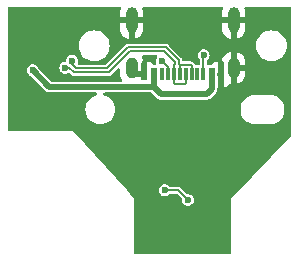
<source format=gbr>
%TF.GenerationSoftware,KiCad,Pcbnew,8.0.1*%
%TF.CreationDate,2024-03-21T19:56:43-04:00*%
%TF.ProjectId,001-v2,3030312d-7632-42e6-9b69-6361645f7063,rev?*%
%TF.SameCoordinates,Original*%
%TF.FileFunction,Copper,L2,Bot*%
%TF.FilePolarity,Positive*%
%FSLAX46Y46*%
G04 Gerber Fmt 4.6, Leading zero omitted, Abs format (unit mm)*
G04 Created by KiCad (PCBNEW 8.0.1) date 2024-03-21 19:56:43*
%MOMM*%
%LPD*%
G01*
G04 APERTURE LIST*
%TA.AperFunction,SMDPad,CuDef*%
%ADD10R,0.600000X1.140000*%
%TD*%
%TA.AperFunction,SMDPad,CuDef*%
%ADD11R,0.300000X1.140000*%
%TD*%
%TA.AperFunction,ComponentPad*%
%ADD12O,1.000000X2.200000*%
%TD*%
%TA.AperFunction,ComponentPad*%
%ADD13O,1.000000X1.800000*%
%TD*%
%TA.AperFunction,ViaPad*%
%ADD14C,0.600000*%
%TD*%
%TA.AperFunction,Conductor*%
%ADD15C,0.150000*%
%TD*%
%TA.AperFunction,Conductor*%
%ADD16C,0.500000*%
%TD*%
%TA.AperFunction,Conductor*%
%ADD17C,0.180000*%
%TD*%
G04 APERTURE END LIST*
D10*
%TO.P,J1,A1,GND*%
%TO.N,GND*%
X114098000Y-56741500D03*
%TO.P,J1,A4,VBUS*%
%TO.N,+5V*%
X114898000Y-56741500D03*
D11*
%TO.P,J1,A5,CC1*%
%TO.N,Net-(J1-CC1)*%
X116098000Y-56741500D03*
%TO.P,J1,A6,D+*%
%TO.N,USBD+*%
X117098000Y-56741500D03*
%TO.P,J1,A7,D-*%
%TO.N,USBD-*%
X117598000Y-56741500D03*
%TO.P,J1,A8,SBU1*%
%TO.N,unconnected-(J1-SBU1-PadA8)*%
X118598000Y-56741500D03*
D10*
%TO.P,J1,A9,VBUS*%
%TO.N,+5V*%
X119798000Y-56741500D03*
%TO.P,J1,A12,GND*%
%TO.N,GND*%
X120598000Y-56741500D03*
%TO.P,J1,B1,GND*%
X120598000Y-56741500D03*
%TO.P,J1,B4,VBUS*%
%TO.N,+5V*%
X119798000Y-56741500D03*
D11*
%TO.P,J1,B5,CC2*%
%TO.N,Net-(J1-CC2)*%
X119098000Y-56741500D03*
%TO.P,J1,B6,D+*%
%TO.N,USBD+*%
X118098000Y-56741500D03*
%TO.P,J1,B7,D-*%
%TO.N,USBD-*%
X116598000Y-56741500D03*
%TO.P,J1,B8,SBU2*%
%TO.N,unconnected-(J1-SBU2-PadB8)*%
X115598000Y-56741500D03*
D10*
%TO.P,J1,B9,VBUS*%
%TO.N,+5V*%
X114898000Y-56741500D03*
%TO.P,J1,B12,GND*%
%TO.N,GND*%
X114098000Y-56741500D03*
D12*
%TO.P,J1,S1,SHIELD*%
X113028000Y-52171500D03*
D13*
X113028000Y-56171500D03*
D12*
X121668000Y-52171500D03*
D13*
X121668000Y-56171500D03*
%TD*%
D14*
%TO.N,GND*%
X117602000Y-54864000D03*
X119888000Y-53848000D03*
X116078000Y-61214000D03*
X108458000Y-58674000D03*
X118872000Y-69088000D03*
X117856000Y-65786000D03*
X116078000Y-63500000D03*
X115062000Y-68580000D03*
X114046000Y-71374000D03*
X104394000Y-58166000D03*
X120904000Y-58674000D03*
X114808000Y-53594000D03*
X104140000Y-53340000D03*
X113538000Y-58674000D03*
X107950000Y-52070000D03*
X113284000Y-61976000D03*
%TO.N,Net-(J1-CC1)*%
X115570000Y-55626000D03*
%TO.N,Net-(J1-CC2)*%
X119126000Y-55118000D03*
%TO.N,+5V*%
X104648000Y-56388000D03*
%TO.N,USBD+*%
X107978843Y-55597157D03*
%TO.N,USBD-*%
X107413157Y-56162843D03*
%TO.N,GREEN*%
X115824000Y-66548000D03*
X117798000Y-67368000D03*
%TD*%
D15*
%TO.N,Net-(J1-CC1)*%
X116098000Y-56154000D02*
X115570000Y-55626000D01*
X116098000Y-56741500D02*
X116098000Y-56154000D01*
%TO.N,Net-(J1-CC2)*%
X119098000Y-55146000D02*
X119126000Y-55118000D01*
X119098000Y-56741500D02*
X119098000Y-55146000D01*
D16*
%TO.N,+5V*%
X114898000Y-57811500D02*
X114898000Y-56741500D01*
X106071500Y-57811500D02*
X104648000Y-56388000D01*
X119798000Y-56741500D02*
X119798000Y-58002000D01*
X119380000Y-58420000D02*
X115506500Y-58420000D01*
X114898000Y-57811500D02*
X106071500Y-57811500D01*
X115506500Y-58420000D02*
X114898000Y-57811500D01*
X119798000Y-58002000D02*
X119380000Y-58420000D01*
D17*
%TO.N,USBD+*%
X115902702Y-54420000D02*
X112697298Y-54420000D01*
X107978843Y-55894142D02*
X107978843Y-55597157D01*
X117098000Y-56741500D02*
X117098000Y-56041500D01*
X117038000Y-55555298D02*
X115902702Y-54420000D01*
X117098000Y-55886499D02*
X117038000Y-55826499D01*
X112697298Y-54420000D02*
X110919298Y-56198000D01*
X118038000Y-55931500D02*
X118098000Y-55991500D01*
X108282701Y-56198000D02*
X107978843Y-55894142D01*
X117098000Y-56741500D02*
X117098000Y-55886499D01*
X117208000Y-55931500D02*
X118038000Y-55931500D01*
X117038000Y-55826499D02*
X117038000Y-55555298D01*
X110919298Y-56198000D02*
X108282701Y-56198000D01*
X117098000Y-56041500D02*
X117208000Y-55931500D01*
X118098000Y-55991500D02*
X118098000Y-56741500D01*
%TO.N,USBD-*%
X117538000Y-57551500D02*
X117598000Y-57491500D01*
X116598000Y-56741500D02*
X116598000Y-55886499D01*
X116598000Y-57441500D02*
X116708000Y-57551500D01*
X117598000Y-57491500D02*
X117598000Y-56741500D01*
X116658000Y-55712702D02*
X115745298Y-54800000D01*
X111076702Y-56578000D02*
X108125299Y-56578000D01*
X116708000Y-57551500D02*
X117538000Y-57551500D01*
X115745298Y-54800000D02*
X112854702Y-54800000D01*
X116598000Y-56741500D02*
X116598000Y-57441500D01*
X112854702Y-54800000D02*
X111076702Y-56578000D01*
X116598000Y-55886499D02*
X116658000Y-55826499D01*
X108125299Y-56578000D02*
X107710142Y-56162843D01*
X116658000Y-55826499D02*
X116658000Y-55712702D01*
X107710142Y-56162843D02*
X107413157Y-56162843D01*
D15*
%TO.N,GREEN*%
X117798000Y-67368000D02*
X116978000Y-66548000D01*
X116978000Y-66548000D02*
X115824000Y-66548000D01*
%TD*%
%TA.AperFunction,Conductor*%
%TO.N,GND*%
G36*
X115167274Y-55110185D02*
G01*
X115213029Y-55162989D01*
X115222973Y-55232147D01*
X115193948Y-55295701D01*
X115176811Y-55315478D01*
X115144623Y-55352626D01*
X115144622Y-55352628D01*
X115084834Y-55483543D01*
X115064353Y-55626000D01*
X115084834Y-55768456D01*
X115097180Y-55795488D01*
X115107124Y-55864646D01*
X115078099Y-55928202D01*
X115019322Y-55965977D01*
X114984386Y-55971000D01*
X114934556Y-55971000D01*
X114867517Y-55951315D01*
X114835290Y-55921311D01*
X114755190Y-55814312D01*
X114755187Y-55814309D01*
X114640093Y-55728149D01*
X114640086Y-55728145D01*
X114505379Y-55677903D01*
X114505372Y-55677901D01*
X114445844Y-55671500D01*
X114348000Y-55671500D01*
X114348000Y-56867500D01*
X114328315Y-56934539D01*
X114275511Y-56980294D01*
X114224000Y-56991500D01*
X113379000Y-56991500D01*
X113311961Y-56971815D01*
X113266206Y-56919011D01*
X113255000Y-56867500D01*
X113255000Y-56768765D01*
X113268060Y-56755705D01*
X113307556Y-56687296D01*
X113328000Y-56610996D01*
X113328000Y-56502594D01*
X113379000Y-56491500D01*
X113848000Y-56491500D01*
X113848000Y-55752500D01*
X113867685Y-55685461D01*
X113920489Y-55639706D01*
X113972000Y-55628500D01*
X114019147Y-55628500D01*
X113989572Y-55479818D01*
X113989569Y-55479806D01*
X113914192Y-55297828D01*
X113914185Y-55297816D01*
X113904547Y-55283391D01*
X113883669Y-55216714D01*
X113902153Y-55149334D01*
X113954132Y-55102643D01*
X114007649Y-55090500D01*
X115100235Y-55090500D01*
X115167274Y-55110185D01*
G37*
%TD.AperFunction*%
%TA.AperFunction,Conductor*%
G36*
X112063583Y-51020185D02*
G01*
X112109338Y-51072989D01*
X112119282Y-51142147D01*
X112111105Y-51171952D01*
X112066430Y-51279806D01*
X112066427Y-51279818D01*
X112028000Y-51473004D01*
X112028000Y-51921500D01*
X112728000Y-51921500D01*
X112728000Y-52421500D01*
X112028000Y-52421500D01*
X112028000Y-52869995D01*
X112066427Y-53063181D01*
X112066430Y-53063193D01*
X112141807Y-53245171D01*
X112141814Y-53245184D01*
X112251248Y-53408962D01*
X112251251Y-53408966D01*
X112390533Y-53548248D01*
X112390537Y-53548251D01*
X112554315Y-53657685D01*
X112554328Y-53657692D01*
X112736308Y-53733069D01*
X112778000Y-53741362D01*
X112778000Y-52938488D01*
X112787940Y-52955705D01*
X112843795Y-53011560D01*
X112912204Y-53051056D01*
X112988504Y-53071500D01*
X113067496Y-53071500D01*
X113143796Y-53051056D01*
X113212205Y-53011560D01*
X113268060Y-52955705D01*
X113278000Y-52938488D01*
X113278000Y-53741362D01*
X113319690Y-53733069D01*
X113319692Y-53733069D01*
X113501671Y-53657692D01*
X113501684Y-53657685D01*
X113665462Y-53548251D01*
X113665466Y-53548248D01*
X113804748Y-53408966D01*
X113804751Y-53408962D01*
X113914185Y-53245184D01*
X113914192Y-53245171D01*
X113989569Y-53063193D01*
X113989572Y-53063181D01*
X114027999Y-52869995D01*
X114028000Y-52869992D01*
X114028000Y-52421500D01*
X113328000Y-52421500D01*
X113328000Y-51921500D01*
X114028000Y-51921500D01*
X114028000Y-51473008D01*
X114027999Y-51473004D01*
X113989572Y-51279818D01*
X113989569Y-51279806D01*
X113944895Y-51171952D01*
X113937426Y-51102483D01*
X113968701Y-51040004D01*
X114028790Y-51004352D01*
X114059456Y-51000500D01*
X120636544Y-51000500D01*
X120703583Y-51020185D01*
X120749338Y-51072989D01*
X120759282Y-51142147D01*
X120751105Y-51171952D01*
X120706430Y-51279806D01*
X120706427Y-51279818D01*
X120668000Y-51473004D01*
X120668000Y-51921500D01*
X121368000Y-51921500D01*
X121368000Y-52421500D01*
X120668000Y-52421500D01*
X120668000Y-52869995D01*
X120706427Y-53063181D01*
X120706430Y-53063193D01*
X120781807Y-53245171D01*
X120781814Y-53245184D01*
X120891248Y-53408962D01*
X120891251Y-53408966D01*
X121030533Y-53548248D01*
X121030537Y-53548251D01*
X121194315Y-53657685D01*
X121194328Y-53657692D01*
X121376308Y-53733069D01*
X121418000Y-53741362D01*
X121418000Y-52938488D01*
X121427940Y-52955705D01*
X121483795Y-53011560D01*
X121552204Y-53051056D01*
X121628504Y-53071500D01*
X121707496Y-53071500D01*
X121783796Y-53051056D01*
X121852205Y-53011560D01*
X121908060Y-52955705D01*
X121918000Y-52938488D01*
X121918000Y-53741362D01*
X121959690Y-53733069D01*
X121959692Y-53733069D01*
X122141671Y-53657692D01*
X122141684Y-53657685D01*
X122305462Y-53548251D01*
X122305466Y-53548248D01*
X122444748Y-53408966D01*
X122444751Y-53408962D01*
X122554185Y-53245184D01*
X122554192Y-53245171D01*
X122629569Y-53063193D01*
X122629572Y-53063181D01*
X122667999Y-52869995D01*
X122668000Y-52869992D01*
X122668000Y-52421500D01*
X121968000Y-52421500D01*
X121968000Y-51921500D01*
X122668000Y-51921500D01*
X122668000Y-51473008D01*
X122667999Y-51473004D01*
X122629572Y-51279818D01*
X122629569Y-51279806D01*
X122584895Y-51171952D01*
X122577426Y-51102483D01*
X122608701Y-51040004D01*
X122668790Y-51004352D01*
X122699456Y-51000500D01*
X126421500Y-51000500D01*
X126488539Y-51020185D01*
X126534294Y-51072989D01*
X126545500Y-51124500D01*
X126545500Y-61846192D01*
X126525815Y-61913231D01*
X126511290Y-61931712D01*
X121523552Y-67168463D01*
X121521446Y-67170622D01*
X121495826Y-67196243D01*
X121495452Y-67196834D01*
X121493803Y-67199368D01*
X121493409Y-67199957D01*
X121480368Y-67233741D01*
X121479251Y-67236534D01*
X121465393Y-67269992D01*
X121465269Y-67270710D01*
X121464719Y-67273661D01*
X121464580Y-67274355D01*
X121465463Y-67310557D01*
X121465500Y-67313578D01*
X121465500Y-71811500D01*
X121445815Y-71878539D01*
X121393011Y-71924294D01*
X121341500Y-71935500D01*
X113354500Y-71935500D01*
X113287461Y-71915815D01*
X113241706Y-71863011D01*
X113230500Y-71811500D01*
X113230500Y-67317726D01*
X113230640Y-67311830D01*
X113230701Y-67310557D01*
X113232170Y-67279700D01*
X113232169Y-67279696D01*
X113231869Y-67277690D01*
X113231765Y-67276296D01*
X113231271Y-67273461D01*
X113230894Y-67272103D01*
X113230500Y-67270121D01*
X113230500Y-67270118D01*
X113218183Y-67240384D01*
X113216067Y-67234907D01*
X113211666Y-67222664D01*
X113205186Y-67204639D01*
X113205184Y-67204637D01*
X113204143Y-67202904D01*
X113203512Y-67201652D01*
X113201964Y-67199212D01*
X113201096Y-67198102D01*
X113199977Y-67196427D01*
X113199596Y-67196046D01*
X113177226Y-67173676D01*
X113173174Y-67169426D01*
X112876591Y-66843185D01*
X112608241Y-66548000D01*
X115318353Y-66548000D01*
X115338834Y-66690456D01*
X115398622Y-66821371D01*
X115398623Y-66821373D01*
X115492872Y-66930143D01*
X115613947Y-67007953D01*
X115613950Y-67007954D01*
X115613949Y-67007954D01*
X115752036Y-67048499D01*
X115752038Y-67048500D01*
X115752039Y-67048500D01*
X115895962Y-67048500D01*
X115895962Y-67048499D01*
X116034053Y-67007953D01*
X116155128Y-66930143D01*
X116210451Y-66866296D01*
X116269228Y-66828523D01*
X116304163Y-66823500D01*
X116812523Y-66823500D01*
X116879562Y-66843185D01*
X116900204Y-66859819D01*
X117263048Y-67222664D01*
X117296533Y-67283987D01*
X117298105Y-67327991D01*
X117292353Y-67367999D01*
X117312834Y-67510456D01*
X117372622Y-67641371D01*
X117372623Y-67641373D01*
X117466872Y-67750143D01*
X117587947Y-67827953D01*
X117587950Y-67827954D01*
X117587949Y-67827954D01*
X117726036Y-67868499D01*
X117726038Y-67868500D01*
X117726039Y-67868500D01*
X117869962Y-67868500D01*
X117869962Y-67868499D01*
X118008053Y-67827953D01*
X118129128Y-67750143D01*
X118223377Y-67641373D01*
X118283165Y-67510457D01*
X118303647Y-67368000D01*
X118283165Y-67225543D01*
X118223377Y-67094627D01*
X118129128Y-66985857D01*
X118008053Y-66908047D01*
X118008051Y-66908046D01*
X118008049Y-66908045D01*
X118008050Y-66908045D01*
X117869963Y-66867500D01*
X117869961Y-66867500D01*
X117738478Y-66867500D01*
X117671439Y-66847815D01*
X117650797Y-66831181D01*
X117134059Y-66314444D01*
X117134058Y-66314443D01*
X117134056Y-66314442D01*
X117122505Y-66309657D01*
X117032800Y-66272500D01*
X116304163Y-66272500D01*
X116237124Y-66252815D01*
X116210450Y-66229703D01*
X116155128Y-66165857D01*
X116034053Y-66088047D01*
X116034051Y-66088046D01*
X116034049Y-66088045D01*
X116034050Y-66088045D01*
X115895963Y-66047500D01*
X115895961Y-66047500D01*
X115752039Y-66047500D01*
X115752036Y-66047500D01*
X115613949Y-66088045D01*
X115492873Y-66165856D01*
X115398623Y-66274626D01*
X115398622Y-66274628D01*
X115338834Y-66405543D01*
X115318353Y-66548000D01*
X112608241Y-66548000D01*
X108132453Y-61624635D01*
X108121098Y-61610106D01*
X108119975Y-61608425D01*
X108097211Y-61585661D01*
X108093160Y-61581412D01*
X108071531Y-61557620D01*
X108069902Y-61556416D01*
X108068826Y-61555489D01*
X108066492Y-61553848D01*
X108065270Y-61553157D01*
X108063576Y-61552025D01*
X108063574Y-61552024D01*
X108033840Y-61539707D01*
X108028468Y-61537330D01*
X107999375Y-61523624D01*
X107997413Y-61523136D01*
X107996080Y-61522696D01*
X107993269Y-61522067D01*
X107991882Y-61521897D01*
X107989886Y-61521500D01*
X107989882Y-61521500D01*
X107957728Y-61521500D01*
X107951830Y-61521360D01*
X107919698Y-61519829D01*
X107917697Y-61520130D01*
X107899315Y-61521500D01*
X102686500Y-61521500D01*
X102619461Y-61501815D01*
X102573706Y-61449011D01*
X102562500Y-61397500D01*
X102562500Y-56388000D01*
X104142353Y-56388000D01*
X104162834Y-56530456D01*
X104205005Y-56622796D01*
X104222623Y-56661373D01*
X104316872Y-56770143D01*
X104316874Y-56770144D01*
X104316876Y-56770146D01*
X104437941Y-56847950D01*
X104437944Y-56847952D01*
X104437946Y-56847952D01*
X104437947Y-56847953D01*
X104454158Y-56852712D01*
X104506906Y-56884009D01*
X105794886Y-58171989D01*
X105897613Y-58231299D01*
X105921821Y-58237784D01*
X105921824Y-58237786D01*
X105921825Y-58237786D01*
X105951947Y-58245857D01*
X106012191Y-58262000D01*
X109992560Y-58262000D01*
X110059599Y-58281685D01*
X110105354Y-58334489D01*
X110115298Y-58403647D01*
X110086273Y-58467203D01*
X110027495Y-58504977D01*
X110024653Y-58505775D01*
X109935577Y-58529642D01*
X109935568Y-58529646D01*
X109737261Y-58622118D01*
X109737257Y-58622120D01*
X109558021Y-58747622D01*
X109403302Y-58902341D01*
X109277800Y-59081577D01*
X109277798Y-59081581D01*
X109185326Y-59279888D01*
X109185322Y-59279897D01*
X109128693Y-59491240D01*
X109128693Y-59491244D01*
X109109623Y-59709217D01*
X109109623Y-59709222D01*
X109128693Y-59927195D01*
X109128693Y-59927199D01*
X109185322Y-60138542D01*
X109185324Y-60138546D01*
X109185325Y-60138550D01*
X109217964Y-60208544D01*
X109277797Y-60336858D01*
X109277798Y-60336859D01*
X109403302Y-60516097D01*
X109558023Y-60670818D01*
X109737261Y-60796322D01*
X109935570Y-60888795D01*
X110146923Y-60945427D01*
X110329826Y-60961428D01*
X110364898Y-60964497D01*
X110364900Y-60964497D01*
X110364902Y-60964497D01*
X110393154Y-60962025D01*
X110582877Y-60945427D01*
X110794230Y-60888795D01*
X110992539Y-60796322D01*
X111171777Y-60670818D01*
X111326498Y-60516097D01*
X111452002Y-60336859D01*
X111544475Y-60138550D01*
X111601107Y-59927197D01*
X111620177Y-59709220D01*
X111620175Y-59709205D01*
X122260094Y-59709205D01*
X122277207Y-59915730D01*
X122328082Y-60116633D01*
X122411331Y-60306423D01*
X122470166Y-60396476D01*
X122524682Y-60479918D01*
X122665043Y-60632391D01*
X122828586Y-60759682D01*
X122828589Y-60759684D01*
X122828591Y-60759685D01*
X122896291Y-60796322D01*
X123010850Y-60858318D01*
X123099621Y-60888793D01*
X123206859Y-60925608D01*
X123206861Y-60925608D01*
X123206863Y-60925609D01*
X123411279Y-60959720D01*
X123411280Y-60959720D01*
X124766740Y-60959720D01*
X124767148Y-60959680D01*
X124818517Y-60959680D01*
X124818518Y-60959680D01*
X125022927Y-60925570D01*
X125218934Y-60858281D01*
X125401192Y-60759648D01*
X125564730Y-60632361D01*
X125705087Y-60479893D01*
X125818434Y-60306403D01*
X125901679Y-60116622D01*
X125952553Y-59915728D01*
X125952554Y-59915720D01*
X125969666Y-59709206D01*
X125969666Y-59709193D01*
X125952554Y-59502679D01*
X125952553Y-59502676D01*
X125952553Y-59502672D01*
X125901679Y-59301778D01*
X125818434Y-59111997D01*
X125818420Y-59111976D01*
X125705088Y-58938509D01*
X125705087Y-58938507D01*
X125564730Y-58786039D01*
X125401192Y-58658752D01*
X125401191Y-58658751D01*
X125401188Y-58658749D01*
X125401186Y-58658748D01*
X125218940Y-58560122D01*
X125218937Y-58560120D01*
X125218934Y-58560119D01*
X125218931Y-58560118D01*
X125218929Y-58560117D01*
X125022930Y-58492830D01*
X124869354Y-58467203D01*
X124818518Y-58458720D01*
X124818517Y-58458720D01*
X123566302Y-58458720D01*
X123566166Y-58458680D01*
X123514900Y-58458680D01*
X123411279Y-58458680D01*
X123370395Y-58465502D01*
X123206859Y-58492791D01*
X123010854Y-58560080D01*
X123010843Y-58560085D01*
X122828591Y-58658714D01*
X122828582Y-58658721D01*
X122665049Y-58786003D01*
X122665046Y-58786006D01*
X122665043Y-58786008D01*
X122665043Y-58786009D01*
X122634057Y-58819668D01*
X122524683Y-58938480D01*
X122524680Y-58938484D01*
X122411331Y-59111976D01*
X122328082Y-59301766D01*
X122277207Y-59502669D01*
X122260094Y-59709194D01*
X122260094Y-59709205D01*
X111620175Y-59709205D01*
X111620175Y-59709200D01*
X111612407Y-59620405D01*
X111601107Y-59491243D01*
X111544475Y-59279890D01*
X111452002Y-59081582D01*
X111452000Y-59081579D01*
X111451999Y-59081577D01*
X111326499Y-58902344D01*
X111263953Y-58839798D01*
X111171777Y-58747622D01*
X110992539Y-58622118D01*
X110992540Y-58622118D01*
X110992538Y-58622117D01*
X110859588Y-58560122D01*
X110794230Y-58529645D01*
X110794226Y-58529644D01*
X110794222Y-58529642D01*
X110705147Y-58505775D01*
X110645486Y-58469410D01*
X110614957Y-58406563D01*
X110623252Y-58337187D01*
X110667737Y-58283310D01*
X110734289Y-58262035D01*
X110737240Y-58262000D01*
X114660035Y-58262000D01*
X114727074Y-58281685D01*
X114747716Y-58298319D01*
X115229886Y-58780489D01*
X115332613Y-58839799D01*
X115356821Y-58846284D01*
X115356824Y-58846286D01*
X115356825Y-58846286D01*
X115386947Y-58854357D01*
X115447191Y-58870500D01*
X115447193Y-58870500D01*
X119439308Y-58870500D01*
X119439309Y-58870500D01*
X119529673Y-58846286D01*
X119553887Y-58839799D01*
X119656614Y-58780489D01*
X120158489Y-58278614D01*
X120217798Y-58175887D01*
X120217799Y-58175886D01*
X120248500Y-58061309D01*
X120248500Y-57935500D01*
X120268185Y-57868461D01*
X120320989Y-57822706D01*
X120341188Y-57818311D01*
X120348000Y-57811500D01*
X120348000Y-56991500D01*
X120334819Y-56978319D01*
X120301334Y-56916996D01*
X120298500Y-56890638D01*
X120298500Y-56592362D01*
X120318185Y-56525323D01*
X120334819Y-56504681D01*
X120348000Y-56491500D01*
X120348000Y-55671500D01*
X120250155Y-55671500D01*
X120190627Y-55677901D01*
X120190620Y-55677903D01*
X120055913Y-55728145D01*
X120055906Y-55728149D01*
X119940812Y-55814309D01*
X119940809Y-55814312D01*
X119860710Y-55921311D01*
X119804777Y-55963182D01*
X119761444Y-55971000D01*
X119497500Y-55971000D01*
X119430461Y-55951315D01*
X119384706Y-55898511D01*
X119373500Y-55847000D01*
X119373500Y-55628500D01*
X120676853Y-55628500D01*
X120724000Y-55628500D01*
X120791039Y-55648185D01*
X120836794Y-55700989D01*
X120848000Y-55752500D01*
X120848000Y-57811500D01*
X120945828Y-57811500D01*
X120945844Y-57811499D01*
X121005372Y-57805098D01*
X121005379Y-57805096D01*
X121140086Y-57754854D01*
X121140093Y-57754850D01*
X121255186Y-57668690D01*
X121312428Y-57592227D01*
X121368362Y-57550356D01*
X121411249Y-57546904D01*
X121418000Y-57541363D01*
X121418000Y-56738488D01*
X121427940Y-56755705D01*
X121483795Y-56811560D01*
X121552204Y-56851056D01*
X121628504Y-56871500D01*
X121707496Y-56871500D01*
X121783796Y-56851056D01*
X121852205Y-56811560D01*
X121908060Y-56755705D01*
X121918000Y-56738488D01*
X121918000Y-57541362D01*
X121959690Y-57533069D01*
X121959692Y-57533069D01*
X122141671Y-57457692D01*
X122141684Y-57457685D01*
X122305462Y-57348251D01*
X122305466Y-57348248D01*
X122444748Y-57208966D01*
X122444751Y-57208962D01*
X122554185Y-57045184D01*
X122554192Y-57045171D01*
X122629569Y-56863193D01*
X122629572Y-56863181D01*
X122667999Y-56669995D01*
X122668000Y-56669992D01*
X122668000Y-56421500D01*
X121968000Y-56421500D01*
X121968000Y-55921500D01*
X122668000Y-55921500D01*
X122668000Y-55673008D01*
X122667999Y-55673004D01*
X122629572Y-55479818D01*
X122629569Y-55479806D01*
X122554192Y-55297828D01*
X122554185Y-55297815D01*
X122444751Y-55134037D01*
X122444748Y-55134033D01*
X122305466Y-54994751D01*
X122305462Y-54994748D01*
X122141684Y-54885314D01*
X122141671Y-54885307D01*
X121959691Y-54809929D01*
X121959683Y-54809927D01*
X121918000Y-54801635D01*
X121918000Y-55604511D01*
X121908060Y-55587295D01*
X121852205Y-55531440D01*
X121783796Y-55491944D01*
X121707496Y-55471500D01*
X121628504Y-55471500D01*
X121552204Y-55491944D01*
X121483795Y-55531440D01*
X121427940Y-55587295D01*
X121418000Y-55604511D01*
X121418000Y-54801636D01*
X121417999Y-54801635D01*
X121376316Y-54809927D01*
X121376308Y-54809929D01*
X121194328Y-54885307D01*
X121194315Y-54885314D01*
X121030537Y-54994748D01*
X121030533Y-54994751D01*
X120891251Y-55134033D01*
X120891248Y-55134037D01*
X120781814Y-55297815D01*
X120781807Y-55297828D01*
X120706430Y-55479806D01*
X120706427Y-55479818D01*
X120676853Y-55628500D01*
X119373500Y-55628500D01*
X119373500Y-55621596D01*
X119393185Y-55554557D01*
X119430462Y-55517280D01*
X119430815Y-55517053D01*
X119457128Y-55500143D01*
X119551377Y-55391373D01*
X119611165Y-55260457D01*
X119631647Y-55118000D01*
X119611165Y-54975543D01*
X119551377Y-54844627D01*
X119457128Y-54735857D01*
X119336053Y-54658047D01*
X119336051Y-54658046D01*
X119336049Y-54658045D01*
X119336050Y-54658045D01*
X119197963Y-54617500D01*
X119197961Y-54617500D01*
X119054039Y-54617500D01*
X119054036Y-54617500D01*
X118915949Y-54658045D01*
X118794873Y-54735856D01*
X118700623Y-54844626D01*
X118700622Y-54844628D01*
X118640834Y-54975543D01*
X118620353Y-55118000D01*
X118640834Y-55260456D01*
X118694024Y-55376924D01*
X118700623Y-55391373D01*
X118792214Y-55497075D01*
X118821238Y-55560629D01*
X118822500Y-55578276D01*
X118822500Y-55847000D01*
X118802815Y-55914039D01*
X118750011Y-55959794D01*
X118698500Y-55971000D01*
X118488403Y-55971000D01*
X118421364Y-55951315D01*
X118375609Y-55898511D01*
X118368889Y-55879821D01*
X118368703Y-55879371D01*
X118363974Y-55871181D01*
X118330458Y-55813129D01*
X118276371Y-55759042D01*
X118216371Y-55699042D01*
X118171272Y-55673004D01*
X118150130Y-55660797D01*
X118103060Y-55648185D01*
X118076245Y-55641000D01*
X118076244Y-55641000D01*
X117452500Y-55641000D01*
X117385461Y-55621315D01*
X117339706Y-55568511D01*
X117330245Y-55525022D01*
X117329561Y-55525113D01*
X117328500Y-55517060D01*
X117328500Y-55517053D01*
X117308703Y-55443169D01*
X117270458Y-55376927D01*
X117216371Y-55322840D01*
X116202752Y-54309221D01*
X123556652Y-54309221D01*
X123576484Y-54535906D01*
X123576486Y-54535917D01*
X123635378Y-54755708D01*
X123635381Y-54755717D01*
X123731551Y-54961952D01*
X123731552Y-54961954D01*
X123862074Y-55148361D01*
X124022978Y-55309265D01*
X124022981Y-55309267D01*
X124209386Y-55439788D01*
X124415624Y-55535959D01*
X124635428Y-55594855D01*
X124797350Y-55609021D01*
X124862118Y-55614688D01*
X124862120Y-55614688D01*
X124862122Y-55614688D01*
X124918793Y-55609729D01*
X125088812Y-55594855D01*
X125308616Y-55535959D01*
X125514854Y-55439788D01*
X125701259Y-55309267D01*
X125862167Y-55148359D01*
X125992688Y-54961954D01*
X126088859Y-54755716D01*
X126147755Y-54535912D01*
X126167588Y-54309220D01*
X126147755Y-54082528D01*
X126088859Y-53862724D01*
X125992688Y-53656486D01*
X125862167Y-53470081D01*
X125862165Y-53470078D01*
X125701261Y-53309174D01*
X125514854Y-53178652D01*
X125514852Y-53178651D01*
X125308617Y-53082481D01*
X125308608Y-53082478D01*
X125088817Y-53023586D01*
X125088813Y-53023585D01*
X125088812Y-53023585D01*
X125088811Y-53023584D01*
X125088806Y-53023584D01*
X124862122Y-53003752D01*
X124862118Y-53003752D01*
X124635433Y-53023584D01*
X124635422Y-53023586D01*
X124415631Y-53082478D01*
X124415622Y-53082481D01*
X124209387Y-53178651D01*
X124209385Y-53178652D01*
X124022978Y-53309174D01*
X123862074Y-53470078D01*
X123731552Y-53656485D01*
X123731551Y-53656487D01*
X123635381Y-53862722D01*
X123635378Y-53862731D01*
X123576486Y-54082522D01*
X123576484Y-54082533D01*
X123556652Y-54309218D01*
X123556652Y-54309221D01*
X116202752Y-54309221D01*
X116081073Y-54187542D01*
X116047952Y-54168419D01*
X116014832Y-54149297D01*
X115977889Y-54139398D01*
X115940947Y-54129500D01*
X112735543Y-54129500D01*
X112659053Y-54129500D01*
X112585167Y-54149297D01*
X112518927Y-54187542D01*
X112518924Y-54187544D01*
X110835288Y-55871181D01*
X110773965Y-55904666D01*
X110747607Y-55907500D01*
X108580285Y-55907500D01*
X108513246Y-55887815D01*
X108467491Y-55835011D01*
X108457547Y-55765853D01*
X108462648Y-55748455D01*
X108461510Y-55748121D01*
X108464008Y-55739614D01*
X108471794Y-55685461D01*
X108484490Y-55597157D01*
X108464008Y-55454700D01*
X108404220Y-55323784D01*
X108309971Y-55215014D01*
X108188896Y-55137204D01*
X108188894Y-55137203D01*
X108188892Y-55137202D01*
X108188893Y-55137202D01*
X108050806Y-55096657D01*
X108050804Y-55096657D01*
X107906882Y-55096657D01*
X107906879Y-55096657D01*
X107768792Y-55137202D01*
X107647716Y-55215013D01*
X107553466Y-55323783D01*
X107553465Y-55323785D01*
X107493677Y-55454700D01*
X107479115Y-55555990D01*
X107450090Y-55619545D01*
X107391312Y-55657320D01*
X107356377Y-55662343D01*
X107341193Y-55662343D01*
X107203106Y-55702888D01*
X107082030Y-55780699D01*
X106987780Y-55889469D01*
X106987779Y-55889471D01*
X106927991Y-56020386D01*
X106907510Y-56162843D01*
X106927991Y-56305299D01*
X106938380Y-56328047D01*
X106987780Y-56436216D01*
X107082029Y-56544986D01*
X107203104Y-56622796D01*
X107203107Y-56622797D01*
X107203106Y-56622797D01*
X107341193Y-56663342D01*
X107341195Y-56663343D01*
X107341196Y-56663343D01*
X107485119Y-56663343D01*
X107485119Y-56663342D01*
X107623210Y-56622796D01*
X107623211Y-56622794D01*
X107631275Y-56619113D01*
X107631979Y-56620655D01*
X107688998Y-56603905D01*
X107756040Y-56623581D01*
X107776694Y-56640224D01*
X107946928Y-56810458D01*
X108013170Y-56848703D01*
X108087054Y-56868500D01*
X108087056Y-56868500D01*
X111114945Y-56868500D01*
X111114947Y-56868500D01*
X111188831Y-56848703D01*
X111255073Y-56810458D01*
X111816319Y-56249212D01*
X111877642Y-56215727D01*
X111947334Y-56220711D01*
X112003267Y-56262583D01*
X112027684Y-56328047D01*
X112028000Y-56336893D01*
X112028000Y-56669995D01*
X112066427Y-56863181D01*
X112066430Y-56863193D01*
X112141807Y-57045171D01*
X112141814Y-57045184D01*
X112223951Y-57168109D01*
X112244829Y-57234786D01*
X112226345Y-57302166D01*
X112174366Y-57348857D01*
X112120849Y-57361000D01*
X106309465Y-57361000D01*
X106242426Y-57341315D01*
X106221784Y-57324681D01*
X105141014Y-56243911D01*
X105115901Y-56207741D01*
X105073379Y-56114630D01*
X105073376Y-56114626D01*
X105054870Y-56093269D01*
X104979128Y-56005857D01*
X104858053Y-55928047D01*
X104858051Y-55928046D01*
X104858049Y-55928045D01*
X104858050Y-55928045D01*
X104719963Y-55887500D01*
X104719961Y-55887500D01*
X104576039Y-55887500D01*
X104576036Y-55887500D01*
X104437949Y-55928045D01*
X104316873Y-56005856D01*
X104222623Y-56114626D01*
X104222622Y-56114628D01*
X104162834Y-56245543D01*
X104142353Y-56388000D01*
X102562500Y-56388000D01*
X102562500Y-54309221D01*
X108556652Y-54309221D01*
X108576484Y-54535906D01*
X108576486Y-54535917D01*
X108635378Y-54755708D01*
X108635381Y-54755717D01*
X108731551Y-54961952D01*
X108731552Y-54961954D01*
X108862074Y-55148361D01*
X109022978Y-55309265D01*
X109022981Y-55309267D01*
X109209386Y-55439788D01*
X109415624Y-55535959D01*
X109635428Y-55594855D01*
X109797350Y-55609021D01*
X109862118Y-55614688D01*
X109862120Y-55614688D01*
X109862122Y-55614688D01*
X109918793Y-55609729D01*
X110088812Y-55594855D01*
X110308616Y-55535959D01*
X110514854Y-55439788D01*
X110701259Y-55309267D01*
X110862167Y-55148359D01*
X110992688Y-54961954D01*
X111088859Y-54755716D01*
X111147755Y-54535912D01*
X111167588Y-54309220D01*
X111147755Y-54082528D01*
X111088859Y-53862724D01*
X110992688Y-53656486D01*
X110862167Y-53470081D01*
X110862165Y-53470078D01*
X110701261Y-53309174D01*
X110514854Y-53178652D01*
X110514852Y-53178651D01*
X110308617Y-53082481D01*
X110308608Y-53082478D01*
X110088817Y-53023586D01*
X110088813Y-53023585D01*
X110088812Y-53023585D01*
X110088811Y-53023584D01*
X110088806Y-53023584D01*
X109862122Y-53003752D01*
X109862118Y-53003752D01*
X109635433Y-53023584D01*
X109635422Y-53023586D01*
X109415631Y-53082478D01*
X109415622Y-53082481D01*
X109209387Y-53178651D01*
X109209385Y-53178652D01*
X109022978Y-53309174D01*
X108862074Y-53470078D01*
X108731552Y-53656485D01*
X108731551Y-53656487D01*
X108635381Y-53862722D01*
X108635378Y-53862731D01*
X108576486Y-54082522D01*
X108576484Y-54082533D01*
X108556652Y-54309218D01*
X108556652Y-54309221D01*
X102562500Y-54309221D01*
X102562500Y-51124500D01*
X102582185Y-51057461D01*
X102634989Y-51011706D01*
X102686500Y-51000500D01*
X111996544Y-51000500D01*
X112063583Y-51020185D01*
G37*
%TD.AperFunction*%
%TD*%
M02*

</source>
